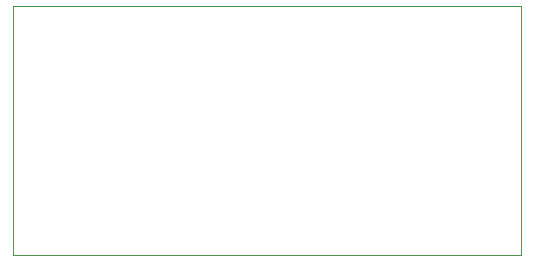
<source format=gm1>
G04 #@! TF.GenerationSoftware,KiCad,Pcbnew,9.0.7-1.fc43*
G04 #@! TF.CreationDate,2026-02-20T23:12:54+05:30*
G04 #@! TF.ProjectId,7805 voltage regulator,37383035-2076-46f6-9c74-616765207265,rev?*
G04 #@! TF.SameCoordinates,Original*
G04 #@! TF.FileFunction,Profile,NP*
%FSLAX46Y46*%
G04 Gerber Fmt 4.6, Leading zero omitted, Abs format (unit mm)*
G04 Created by KiCad (PCBNEW 9.0.7-1.fc43) date 2026-02-20 23:12:54*
%MOMM*%
%LPD*%
G01*
G04 APERTURE LIST*
G04 #@! TA.AperFunction,Profile*
%ADD10C,0.050000*%
G04 #@! TD*
G04 APERTURE END LIST*
D10*
X98770000Y-88330000D02*
X141770000Y-88330000D01*
X141770000Y-109430000D01*
X98770000Y-109430000D01*
X98770000Y-88330000D01*
M02*

</source>
